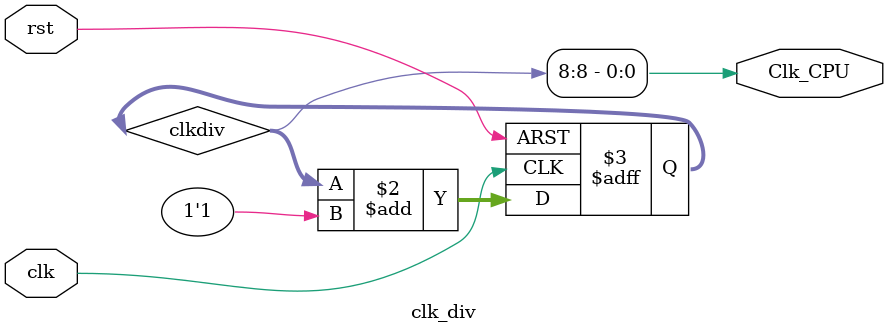
<source format=v>
module clk_div( input clk,
                input rst,
              //  input SW15,
                output Clk_CPU
              );

// Clock divider-Ê±ÖÓ·ÖÆµÆ÷

  reg[31:0]clkdiv;

  always @ (posedge clk or posedge rst) begin 
    if (rst) clkdiv <= 0; else clkdiv <= clkdiv + 1'b1; end

//  assign Clk_CPU=(SW15)? clkdiv[8] : clkdiv[1];
assign Clk_CPU= clkdiv[8]; 

endmodule

</source>
